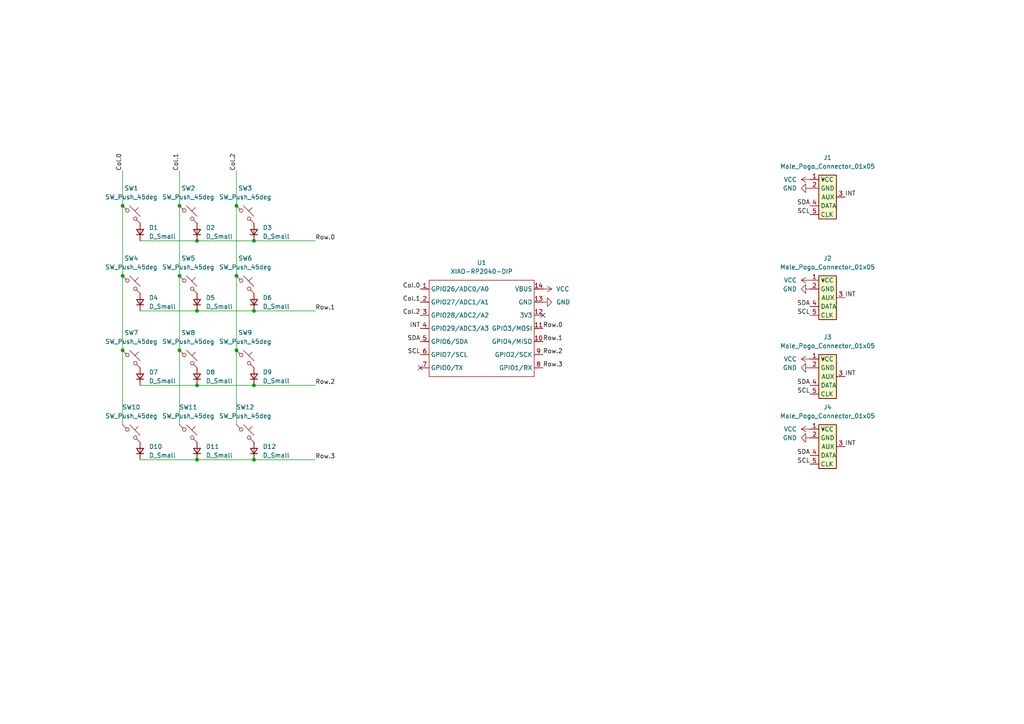
<source format=kicad_sch>
(kicad_sch (version 20250114) (generator "eeschema") (generator_version "9.0")
  (paper "A4")
  (lib_symbols
    (symbol "Connectors_Pogo:Male_Pogo_Connector_01x05"
      (property "Reference" "J" (at 0 6.35 0))
      (property "Value" "Male_Pogo_Connector_01x05" (at 0 -8.89 0))
      (symbol "Male_Pogo_Connector_01x05_1_1"
        (rectangle (start -2.54 5.08) (end 2.54 -7.62) (stroke (width 0.254)) (fill (type background)))
        (circle (center -1.27 3.81) (radius 0.254) (fill (type outline)))
        (pin power_in line (at -5.08 3.81 0) (length 2.54) (name "VCC") (number "1"))
        (pin power_in line (at -5.08 1.27 0) (length 2.54) (name "GND") (number "2"))
        (pin bidirectional line (at -5.08 -3.81 0) (length 2.54) (name "DATA") (number "4"))
        (pin bidirectional line (at -5.08 -6.35 0) (length 2.54) (name "CLK") (number "5"))
        (pin bidirectional line (at 5.08 -1.27 180) (length 2.54) (name "AUX") (number "3"))
      )
    )
    (symbol "Device:D_Small" (pin_numbers (hide yes)) (pin_names (offset 0.254) (hide yes))
      (property "Reference" "D" (at -1.27 2.032 0))
      (property "Value" "D_Small" (at -3.81 -2.032 0))
      (symbol "D_Small_0_1"
        (polyline (pts (xy -0.762 0) (xy 0.762 0)))
        (polyline (pts (xy -0.762 -1.016) (xy -0.762 1.016)) (stroke (width 0.254)))
        (polyline (pts (xy 0.762 -1.016) (xy -0.762 0) (xy 0.762 1.016) (xy 0.762 -1.016)) (stroke (width 0.254)))
      )
      (symbol "D_Small_1_1"
        (pin passive line (at -2.54 0 0) (length 1.778) (name "K") (number "1"))
        (pin passive line (at 2.54 0 180) (length 1.778) (name "A") (number "2"))
      )
    )
    (symbol "Seeed-Studio-Xiao:XIAO-RP2040-DIP"
      (property "Reference" "U" (at 0 0 0))
      (property "Value" "XIAO-RP2040-DIP" (at 5.334 -1.778 0))
      (symbol "XIAO-RP2040-DIP_1_0"
        (polyline (pts (xy -1.27 -2.54) (xy 29.21 -2.54)) (stroke (width 0.1524)))
        (polyline (pts (xy -1.27 -5.08) (xy -2.54 -5.08)) (stroke (width 0.1524)))
        (polyline (pts (xy -1.27 -5.08) (xy -1.27 -2.54)) (stroke (width 0.1524)))
        (polyline (pts (xy -1.27 -8.89) (xy -2.54 -8.89)) (stroke (width 0.1524)))
        (polyline (pts (xy -1.27 -8.89) (xy -1.27 -5.08)) (stroke (width 0.1524)))
        (polyline (pts (xy -1.27 -12.7) (xy -2.54 -12.7)) (stroke (width 0.1524)))
        (polyline (pts (xy -1.27 -12.7) (xy -1.27 -8.89)) (stroke (width 0.1524)))
        (polyline (pts (xy -1.27 -16.51) (xy -2.54 -16.51)) (stroke (width 0.1524)))
        (polyline (pts (xy -1.27 -16.51) (xy -1.27 -12.7)) (stroke (width 0.1524)))
        (polyline (pts (xy -1.27 -20.32) (xy -2.54 -20.32)) (stroke (width 0.1524)))
        (polyline (pts (xy -1.27 -24.13) (xy -2.54 -24.13)) (stroke (width 0.1524)))
        (polyline (pts (xy -1.27 -27.94) (xy -2.54 -27.94)) (stroke (width 0.1524)))
        (polyline (pts (xy -1.27 -30.48) (xy -1.27 -16.51)) (stroke (width 0.1524)))
        (polyline (pts (xy 29.21 -2.54) (xy 29.21 -5.08)) (stroke (width 0.1524)))
        (polyline (pts (xy 29.21 -5.08) (xy 29.21 -8.89)) (stroke (width 0.1524)))
        (polyline (pts (xy 29.21 -8.89) (xy 29.21 -12.7)) (stroke (width 0.1524)))
        (polyline (pts (xy 29.21 -12.7) (xy 29.21 -30.48)) (stroke (width 0.1524)))
        (polyline (pts (xy 29.21 -30.48) (xy -1.27 -30.48)) (stroke (width 0.1524)))
        (polyline (pts (xy 30.48 -5.08) (xy 29.21 -5.08)) (stroke (width 0.1524)))
        (polyline (pts (xy 30.48 -8.89) (xy 29.21 -8.89)) (stroke (width 0.1524)))
        (polyline (pts (xy 30.48 -12.7) (xy 29.21 -12.7)) (stroke (width 0.1524)))
        (polyline (pts (xy 30.48 -16.51) (xy 29.21 -16.51)) (stroke (width 0.1524)))
        (polyline (pts (xy 30.48 -20.32) (xy 29.21 -20.32)) (stroke (width 0.1524)))
        (polyline (pts (xy 30.48 -24.13) (xy 29.21 -24.13)) (stroke (width 0.1524)))
        (polyline (pts (xy 30.48 -27.94) (xy 29.21 -27.94)) (stroke (width 0.1524)))
        (pin passive line (at -3.81 -5.08 0) (length 2.54) (name "GPIO26/ADC0/A0") (number "1"))
        (pin passive line (at -3.81 -8.89 0) (length 2.54) (name "GPIO27/ADC1/A1") (number "2"))
        (pin passive line (at -3.81 -12.7 0) (length 2.54) (name "GPIO28/ADC2/A2") (number "3"))
        (pin passive line (at -3.81 -16.51 0) (length 2.54) (name "GPIO29/ADC3/A3") (number "4"))
        (pin passive line (at -3.81 -20.32 0) (length 2.54) (name "GPIO6/SDA") (number "5"))
        (pin passive line (at -3.81 -24.13 0) (length 2.54) (name "GPIO7/SCL") (number "6"))
        (pin passive line (at -3.81 -27.94 0) (length 2.54) (name "GPIO0/TX") (number "7"))
        (pin passive line (at 31.75 -5.08 180) (length 2.54) (name "VBUS") (number "14"))
        (pin passive line (at 31.75 -8.89 180) (length 2.54) (name "GND") (number "13"))
        (pin passive line (at 31.75 -12.7 180) (length 2.54) (name "3V3") (number "12"))
        (pin passive line (at 31.75 -16.51 180) (length 2.54) (name "GPIO3/MOSI") (number "11"))
        (pin passive line (at 31.75 -20.32 180) (length 2.54) (name "GPIO4/MISO") (number "10"))
        (pin passive line (at 31.75 -24.13 180) (length 2.54) (name "GPIO2/SCK") (number "9"))
        (pin passive line (at 31.75 -27.94 180) (length 2.54) (name "GPIO1/RX") (number "8"))
      )
    )
    (symbol "Switch:SW_Push_45deg" (pin_numbers (hide yes)) (pin_names (offset 1.016) (hide yes))
      (property "Reference" "SW" (at 3.048 1.016 0))
      (property "Value" "SW_Push_45deg" (at 0 -3.81 0))
      (symbol "SW_Push_45deg_0_1"
        (polyline (pts (xy -2.54 2.54) (xy -1.524 1.524) (xy -1.524 1.524)))
        (circle (center -1.1684 1.1684) (radius 0.508))
        (polyline (pts (xy -0.508 2.54) (xy 2.54 -0.508)))
        (polyline (pts (xy 1.016 1.016) (xy 2.032 2.032)))
        (circle (center 1.143 -1.1938) (radius 0.508))
        (polyline (pts (xy 1.524 -1.524) (xy 2.54 -2.54) (xy 2.54 -2.54) (xy 2.54 -2.54)))
        (pin passive line (at -2.54 2.54 0) (length 0) (name "1") (number "1"))
        (pin passive line (at 2.54 -2.54 180) (length 0) (name "2") (number "2"))
      )
    )
    (symbol "power:GND" (power) (pin_numbers (hide yes)) (pin_names (offset 0) (hide yes))
      (property "Value" "GND" (at 0 -3.81 0))
      (symbol "GND_0_1"
        (polyline (pts (xy 0 0) (xy 0 -1.27) (xy 1.27 -1.27) (xy 0 -2.54) (xy -1.27 -1.27) (xy 0 -1.27)))
      )
      (symbol "GND_1_1"
        (pin power_in line (at 0 0 270) (length 0) (name "~") (number "1"))
      )
    )
    (symbol "power:VCC" (power) (pin_numbers (hide yes)) (pin_names (offset 0) (hide yes))
      (property "Value" "VCC" (at 0 3.556 0))
      (symbol "VCC_0_1"
        (polyline (pts (xy -0.762 1.27) (xy 0 2.54)))
        (polyline (pts (xy 0 2.54) (xy 0.762 1.27)))
        (polyline (pts (xy 0 0) (xy 0 2.54)))
      )
      (symbol "VCC_1_1"
        (pin power_in line (at 0 0 90) (length 0) (name "~") (number "1"))
      )
    )
  )
  (junction (at 73.66 90.17))
  (junction (at 73.66 133.35))
  (junction (at 73.66 111.76))
  (junction (at 57.15 69.85))
  (junction (at 35.56 59.69))
  (junction (at 57.15 133.35))
  (junction (at 57.15 111.76))
  (junction (at 35.56 101.6))
  (junction (at 68.58 80.01))
  (junction (at 57.15 90.17))
  (junction (at 68.58 101.6))
  (junction (at 35.56 80.01))
  (junction (at 52.07 59.69))
  (junction (at 52.07 101.6))
  (junction (at 68.58 59.69))
  (junction (at 52.07 80.01))
  (junction (at 73.66 69.85))
  (no_connect (at 157.48 91.44))
  (no_connect (at 121.92 106.68))
  (wire (pts (xy 57.15 90.17) (xy 73.66 90.17)))
  (wire (pts (xy 57.15 133.35) (xy 73.66 133.35)))
  (wire (pts (xy 52.07 49.53) (xy 52.07 59.69)))
  (wire (pts (xy 68.58 59.69) (xy 68.58 80.01)))
  (wire (pts (xy 73.66 111.76) (xy 91.44 111.76)))
  (wire (pts (xy 40.64 69.85) (xy 57.15 69.85)))
  (wire (pts (xy 68.58 101.6) (xy 68.58 123.19)))
  (wire (pts (xy 73.66 90.17) (xy 91.44 90.17)))
  (wire (pts (xy 68.58 80.01) (xy 68.58 101.6)))
  (wire (pts (xy 35.56 49.53) (xy 35.56 59.69)))
  (wire (pts (xy 57.15 111.76) (xy 73.66 111.76)))
  (wire (pts (xy 52.07 59.69) (xy 52.07 80.01)))
  (wire (pts (xy 68.58 49.53) (xy 68.58 59.69)))
  (wire (pts (xy 52.07 80.01) (xy 52.07 101.6)))
  (wire (pts (xy 35.56 101.6) (xy 35.56 123.19)))
  (wire (pts (xy 40.64 133.35) (xy 57.15 133.35)))
  (wire (pts (xy 35.56 59.69) (xy 35.56 80.01)))
  (wire (pts (xy 35.56 80.01) (xy 35.56 101.6)))
  (wire (pts (xy 40.64 111.76) (xy 57.15 111.76)))
  (wire (pts (xy 40.64 90.17) (xy 57.15 90.17)))
  (wire (pts (xy 73.66 133.35) (xy 91.44 133.35)))
  (wire (pts (xy 52.07 101.6) (xy 52.07 123.19)))
  (wire (pts (xy 57.15 69.85) (xy 73.66 69.85)))
  (wire (pts (xy 73.66 69.85) (xy 91.44 69.85)))
  (label "Row.2" (at 157.48 102.87 0))
  (label "SCL" (at 234.95 134.62 180))
  (label "SDA" (at 121.92 99.06 180))
  (label "Row.1" (at 91.44 90.17 0))
  (label "SDA" (at 234.95 111.76 180))
  (label "Row.2" (at 91.44 111.76 0))
  (label "INT" (at 245.11 129.54 0))
  (label "INT" (at 245.11 109.22 0))
  (label "Row.3" (at 91.44 133.35 0))
  (label "INT" (at 245.11 57.15 0))
  (label "SCL" (at 234.95 91.44 180))
  (label "Row.0" (at 157.48 95.25 0))
  (label "SCL" (at 234.95 62.23 180))
  (label "Col.0" (at 35.56 49.53 90))
  (label "Col.1" (at 52.07 49.53 90))
  (label "INT" (at 245.11 86.36 0))
  (label "INT" (at 121.92 95.25 180))
  (label "Col.2" (at 121.92 91.44 180))
  (label "Col.0" (at 121.92 83.82 180))
  (label "SDA" (at 234.95 132.08 180))
  (label "Row.3" (at 157.48 106.68 0))
  (label "Row.1" (at 157.48 99.06 0))
  (label "Col.1" (at 121.92 87.63 180))
  (label "SCL" (at 121.92 102.87 180))
  (label "Col.2" (at 68.58 49.53 90))
  (label "SDA" (at 234.95 59.69 180))
  (label "Row.0" (at 91.44 69.85 0))
  (label "SCL" (at 234.95 114.3 180))
  (label "SDA" (at 234.95 88.9 180))
  (symbol (lib_id "Switch:SW_Push_45deg") (at 38.1 62.23 0) (unit 1)
    (property "Reference" "SW1" (at 38.1 54.61 0))
    (property "Value" "SW_Push_45deg" (at 38.1 57.15 0))
    (property "Footprint" "Button_Switch_Keyboard:SW_Cherry_MX_1.00u_PCB" (effects (hide yes)))
    (property "Description" "Push button switch, normally open, two pins, 45° tilted" (effects (hide yes)))
  )
  (symbol (lib_id "power:VCC") (at 234.95 124.46 90) (unit 1)
    (property "Reference" "#PWR09" (effects (hide yes)))
    (property "Value" "VCC" (at 231.14 124.4599 90) (effects (justify left)))
    (property "Description" "Power symbol creates a global label with name \"VCC\"" (effects (hide yes)))
  )
  (symbol (lib_id "Switch:SW_Push_45deg") (at 71.12 62.23 0) (unit 1)
    (property "Reference" "SW3" (at 71.12 54.61 0))
    (property "Value" "SW_Push_45deg" (at 71.12 57.15 0))
    (property "Footprint" "Button_Switch_Keyboard:SW_Cherry_MX_1.00u_PCB" (effects (hide yes)))
    (property "Description" "Push button switch, normally open, two pins, 45° tilted" (effects (hide yes)))
  )
  (symbol (lib_id "Seeed-Studio-Xiao:XIAO-RP2040-DIP") (at 125.73 78.74 0) (unit 1)
    (property "Reference" "U1" (at 139.7 76.2 0))
    (property "Value" "XIAO-RP2040-DIP" (at 139.7 78.74 0))
    (property "Footprint" "Module:XIAO-RP2040-DIP" (effects (hide yes)))
  )
  (symbol (lib_id "Device:D_Small") (at 40.64 109.22 90) (unit 1)
    (property "Reference" "D7" (at 43.18 107.9499 90) (effects (justify right)))
    (property "Value" "D_Small" (at 43.18 110.4899 90) (effects (justify right)))
    (property "Footprint" "Diode_THT:D_DO-35_SOD27_P7.62mm_Horizontal" (effects (hide yes)))
    (property "Description" "Diode, small symbol" (effects (hide yes)))
    (property "Sim.Device" "D" (effects (hide yes)))
    (property "Sim.Pins" "1=K 2=A" (effects (hide yes)))
  )
  (symbol (lib_id "Switch:SW_Push_45deg") (at 38.1 82.55 0) (unit 1)
    (property "Reference" "SW4" (at 38.1 74.93 0))
    (property "Value" "SW_Push_45deg" (at 38.1 77.47 0))
    (property "Footprint" "Button_Switch_Keyboard:SW_Cherry_MX_1.00u_PCB" (effects (hide yes)))
    (property "Description" "Push button switch, normally open, two pins, 45° tilted" (effects (hide yes)))
  )
  (symbol (lib_id "power:VCC") (at 234.95 52.07 90) (unit 1)
    (property "Reference" "#PWR03" (effects (hide yes)))
    (property "Value" "VCC" (at 231.14 52.0699 90) (effects (justify left)))
    (property "Description" "Power symbol creates a global label with name \"VCC\"" (effects (hide yes)))
  )
  (symbol (lib_id "Connectors_Pogo:Male_Pogo_Connector_01x05") (at 240.03 128.27 0) (unit 1)
    (property "Reference" "J4" (at 240.03 118.11 0))
    (property "Value" "Male_Pogo_Connector_01x05" (at 240.03 120.65 0))
    (property "Footprint" "Connector_PinHeader_2.54mm:PinHeader_1x05_P2.54mm_Vertical" (effects (hide yes)))
  )
  (symbol (lib_id "Device:D_Small") (at 40.64 130.81 90) (unit 1)
    (property "Reference" "D10" (at 43.18 129.5399 90) (effects (justify right)))
    (property "Value" "D_Small" (at 43.18 132.0799 90) (effects (justify right)))
    (property "Footprint" "Diode_THT:D_DO-35_SOD27_P7.62mm_Horizontal" (effects (hide yes)))
    (property "Description" "Diode, small symbol" (effects (hide yes)))
    (property "Sim.Device" "D" (effects (hide yes)))
    (property "Sim.Pins" "1=K 2=A" (effects (hide yes)))
  )
  (symbol (lib_id "Connectors_Pogo:Male_Pogo_Connector_01x05") (at 240.03 55.88 0) (unit 1)
    (property "Reference" "J1" (at 240.03 45.72 0))
    (property "Value" "Male_Pogo_Connector_01x05" (at 240.03 48.26 0))
    (property "Footprint" "Connector_PinHeader_2.54mm:PinHeader_1x05_P2.54mm_Vertical" (effects (hide yes)))
  )
  (symbol (lib_id "Device:D_Small") (at 73.66 130.81 90) (unit 1)
    (property "Reference" "D12" (at 76.2 129.5399 90) (effects (justify right)))
    (property "Value" "D_Small" (at 76.2 132.0799 90) (effects (justify right)))
    (property "Footprint" "Diode_THT:D_DO-35_SOD27_P7.62mm_Horizontal" (effects (hide yes)))
    (property "Description" "Diode, small symbol" (effects (hide yes)))
    (property "Sim.Device" "D" (effects (hide yes)))
    (property "Sim.Pins" "1=K 2=A" (effects (hide yes)))
  )
  (symbol (lib_id "Switch:SW_Push_45deg") (at 71.12 125.73 0) (unit 1)
    (property "Reference" "SW12" (at 71.12 118.11 0))
    (property "Value" "SW_Push_45deg" (at 71.12 120.65 0))
    (property "Footprint" "Button_Switch_Keyboard:SW_Cherry_MX_1.00u_PCB" (effects (hide yes)))
    (property "Description" "Push button switch, normally open, two pins, 45° tilted" (effects (hide yes)))
  )
  (symbol (lib_id "Switch:SW_Push_45deg") (at 38.1 104.14 0) (unit 1)
    (property "Reference" "SW7" (at 38.1 96.52 0))
    (property "Value" "SW_Push_45deg" (at 38.1 99.06 0))
    (property "Footprint" "Button_Switch_Keyboard:SW_Cherry_MX_1.00u_PCB" (effects (hide yes)))
    (property "Description" "Push button switch, normally open, two pins, 45° tilted" (effects (hide yes)))
  )
  (symbol (lib_id "Device:D_Small") (at 57.15 67.31 90) (unit 1)
    (property "Reference" "D2" (at 59.69 66.0399 90) (effects (justify right)))
    (property "Value" "D_Small" (at 59.69 68.5799 90) (effects (justify right)))
    (property "Footprint" "Diode_THT:D_DO-35_SOD27_P7.62mm_Horizontal" (effects (hide yes)))
    (property "Description" "Diode, small symbol" (effects (hide yes)))
    (property "Sim.Device" "D" (effects (hide yes)))
    (property "Sim.Pins" "1=K 2=A" (effects (hide yes)))
  )
  (symbol (lib_id "power:GND") (at 157.48 87.63 90) (unit 1)
    (property "Reference" "#PWR02" (effects (hide yes)))
    (property "Value" "GND" (at 161.29 87.6299 90) (effects (justify right)))
    (property "Description" "Power symbol creates a global label with name \"GND\" , ground" (effects (hide yes)))
  )
  (symbol (lib_id "power:VCC") (at 234.95 104.14 90) (unit 1)
    (property "Reference" "#PWR07" (effects (hide yes)))
    (property "Value" "VCC" (at 231.14 104.1399 90) (effects (justify left)))
    (property "Description" "Power symbol creates a global label with name \"VCC\"" (effects (hide yes)))
  )
  (symbol (lib_id "Switch:SW_Push_45deg") (at 54.61 104.14 0) (unit 1)
    (property "Reference" "SW8" (at 54.61 96.52 0))
    (property "Value" "SW_Push_45deg" (at 54.61 99.06 0))
    (property "Footprint" "Button_Switch_Keyboard:SW_Cherry_MX_1.00u_PCB" (effects (hide yes)))
    (property "Description" "Push button switch, normally open, two pins, 45° tilted" (effects (hide yes)))
  )
  (symbol (lib_id "Switch:SW_Push_45deg") (at 38.1 125.73 0) (unit 1)
    (property "Reference" "SW10" (at 38.1 118.11 0))
    (property "Value" "SW_Push_45deg" (at 38.1 120.65 0))
    (property "Footprint" "Button_Switch_Keyboard:SW_Cherry_MX_1.00u_PCB" (effects (hide yes)))
    (property "Description" "Push button switch, normally open, two pins, 45° tilted" (effects (hide yes)))
  )
  (symbol (lib_id "Device:D_Small") (at 73.66 109.22 90) (unit 1)
    (property "Reference" "D9" (at 76.2 107.9499 90) (effects (justify right)))
    (property "Value" "D_Small" (at 76.2 110.4899 90) (effects (justify right)))
    (property "Footprint" "Diode_THT:D_DO-35_SOD27_P7.62mm_Horizontal" (effects (hide yes)))
    (property "Description" "Diode, small symbol" (effects (hide yes)))
    (property "Sim.Device" "D" (effects (hide yes)))
    (property "Sim.Pins" "1=K 2=A" (effects (hide yes)))
  )
  (symbol (lib_id "Switch:SW_Push_45deg") (at 54.61 82.55 0) (unit 1)
    (property "Reference" "SW5" (at 54.61 74.93 0))
    (property "Value" "SW_Push_45deg" (at 54.61 77.47 0))
    (property "Footprint" "Button_Switch_Keyboard:SW_Cherry_MX_1.00u_PCB" (effects (hide yes)))
    (property "Description" "Push button switch, normally open, two pins, 45° tilted" (effects (hide yes)))
  )
  (symbol (lib_id "Device:D_Small") (at 57.15 87.63 90) (unit 1)
    (property "Reference" "D5" (at 59.69 86.3599 90) (effects (justify right)))
    (property "Value" "D_Small" (at 59.69 88.8999 90) (effects (justify right)))
    (property "Footprint" "Diode_THT:D_DO-35_SOD27_P7.62mm_Horizontal" (effects (hide yes)))
    (property "Description" "Diode, small symbol" (effects (hide yes)))
    (property "Sim.Device" "D" (effects (hide yes)))
    (property "Sim.Pins" "1=K 2=A" (effects (hide yes)))
  )
  (symbol (lib_id "Device:D_Small") (at 57.15 130.81 90) (unit 1)
    (property "Reference" "D11" (at 59.69 129.5399 90) (effects (justify right)))
    (property "Value" "D_Small" (at 59.69 132.0799 90) (effects (justify right)))
    (property "Footprint" "Diode_THT:D_DO-35_SOD27_P7.62mm_Horizontal" (effects (hide yes)))
    (property "Description" "Diode, small symbol" (effects (hide yes)))
    (property "Sim.Device" "D" (effects (hide yes)))
    (property "Sim.Pins" "1=K 2=A" (effects (hide yes)))
  )
  (symbol (lib_id "Device:D_Small") (at 73.66 87.63 90) (unit 1)
    (property "Reference" "D6" (at 76.2 86.3599 90) (effects (justify right)))
    (property "Value" "D_Small" (at 76.2 88.8999 90) (effects (justify right)))
    (property "Footprint" "Diode_THT:D_DO-35_SOD27_P7.62mm_Horizontal" (effects (hide yes)))
    (property "Description" "Diode, small symbol" (effects (hide yes)))
    (property "Sim.Device" "D" (effects (hide yes)))
    (property "Sim.Pins" "1=K 2=A" (effects (hide yes)))
  )
  (symbol (lib_id "power:GND") (at 234.95 106.68 270) (unit 1)
    (property "Reference" "#PWR08" (effects (hide yes)))
    (property "Value" "GND" (at 231.14 106.6799 90) (effects (justify right)))
    (property "Description" "Power symbol creates a global label with name \"GND\" , ground" (effects (hide yes)))
  )
  (symbol (lib_id "Switch:SW_Push_45deg") (at 54.61 125.73 0) (unit 1)
    (property "Reference" "SW11" (at 54.61 118.11 0))
    (property "Value" "SW_Push_45deg" (at 54.61 120.65 0))
    (property "Footprint" "Button_Switch_Keyboard:SW_Cherry_MX_1.00u_PCB" (effects (hide yes)))
    (property "Description" "Push button switch, normally open, two pins, 45° tilted" (effects (hide yes)))
  )
  (symbol (lib_id "power:GND") (at 234.95 127 270) (unit 1)
    (property "Reference" "#PWR010" (effects (hide yes)))
    (property "Value" "GND" (at 231.14 126.9999 90) (effects (justify right)))
    (property "Description" "Power symbol creates a global label with name \"GND\" , ground" (effects (hide yes)))
  )
  (symbol (lib_id "power:VCC") (at 234.95 81.28 90) (unit 1)
    (property "Reference" "#PWR05" (effects (hide yes)))
    (property "Value" "VCC" (at 231.14 81.2799 90) (effects (justify left)))
    (property "Description" "Power symbol creates a global label with name \"VCC\"" (effects (hide yes)))
  )
  (symbol (lib_id "Switch:SW_Push_45deg") (at 71.12 104.14 0) (unit 1)
    (property "Reference" "SW9" (at 71.12 96.52 0))
    (property "Value" "SW_Push_45deg" (at 71.12 99.06 0))
    (property "Footprint" "Button_Switch_Keyboard:SW_Cherry_MX_1.00u_PCB" (effects (hide yes)))
    (property "Description" "Push button switch, normally open, two pins, 45° tilted" (effects (hide yes)))
  )
  (symbol (lib_id "Switch:SW_Push_45deg") (at 54.61 62.23 0) (unit 1)
    (property "Reference" "SW2" (at 54.61 54.61 0))
    (property "Value" "SW_Push_45deg" (at 54.61 57.15 0))
    (property "Footprint" "Button_Switch_Keyboard:SW_Cherry_MX_1.00u_PCB" (effects (hide yes)))
    (property "Description" "Push button switch, normally open, two pins, 45° tilted" (effects (hide yes)))
  )
  (symbol (lib_id "Device:D_Small") (at 57.15 109.22 90) (unit 1)
    (property "Reference" "D8" (at 59.69 107.9499 90) (effects (justify right)))
    (property "Value" "D_Small" (at 59.69 110.4899 90) (effects (justify right)))
    (property "Footprint" "Diode_THT:D_DO-35_SOD27_P7.62mm_Horizontal" (effects (hide yes)))
    (property "Description" "Diode, small symbol" (effects (hide yes)))
    (property "Sim.Device" "D" (effects (hide yes)))
    (property "Sim.Pins" "1=K 2=A" (effects (hide yes)))
  )
  (symbol (lib_id "power:GND") (at 234.95 83.82 270) (unit 1)
    (property "Reference" "#PWR06" (effects (hide yes)))
    (property "Value" "GND" (at 231.14 83.8199 90) (effects (justify right)))
    (property "Description" "Power symbol creates a global label with name \"GND\" , ground" (effects (hide yes)))
  )
  (symbol (lib_id "power:VCC") (at 157.48 83.82 270) (unit 1)
    (property "Reference" "#PWR01" (effects (hide yes)))
    (property "Value" "VCC" (at 161.29 83.8199 90) (effects (justify left)))
    (property "Description" "Power symbol creates a global label with name \"VCC\"" (effects (hide yes)))
  )
  (symbol (lib_id "Connectors_Pogo:Male_Pogo_Connector_01x05") (at 240.03 85.09 0) (unit 1)
    (property "Reference" "J2" (at 240.03 74.93 0))
    (property "Value" "Male_Pogo_Connector_01x05" (at 240.03 77.47 0))
    (property "Footprint" "Connector_PinHeader_2.54mm:PinHeader_1x05_P2.54mm_Vertical" (effects (hide yes)))
  )
  (symbol (lib_id "Connectors_Pogo:Male_Pogo_Connector_01x05") (at 240.03 107.95 0) (unit 1)
    (property "Reference" "J3" (at 240.03 97.79 0))
    (property "Value" "Male_Pogo_Connector_01x05" (at 240.03 100.33 0))
    (property "Footprint" "Connector_PinHeader_2.54mm:PinHeader_1x05_P2.54mm_Vertical" (effects (hide yes)))
  )
  (symbol (lib_id "power:GND") (at 234.95 54.61 270) (unit 1)
    (property "Reference" "#PWR04" (effects (hide yes)))
    (property "Value" "GND" (at 231.14 54.6099 90) (effects (justify right)))
    (property "Description" "Power symbol creates a global label with name \"GND\" , ground" (effects (hide yes)))
  )
  (symbol (lib_id "Switch:SW_Push_45deg") (at 71.12 82.55 0) (unit 1)
    (property "Reference" "SW6" (at 71.12 74.93 0))
    (property "Value" "SW_Push_45deg" (at 71.12 77.47 0))
    (property "Footprint" "Button_Switch_Keyboard:SW_Cherry_MX_1.00u_PCB" (effects (hide yes)))
    (property "Description" "Push button switch, normally open, two pins, 45° tilted" (effects (hide yes)))
  )
  (symbol (lib_id "Device:D_Small") (at 40.64 87.63 90) (unit 1)
    (property "Reference" "D4" (at 43.18 86.3599 90) (effects (justify right)))
    (property "Value" "D_Small" (at 43.18 88.8999 90) (effects (justify right)))
    (property "Footprint" "Diode_THT:D_DO-35_SOD27_P7.62mm_Horizontal" (effects (hide yes)))
    (property "Description" "Diode, small symbol" (effects (hide yes)))
    (property "Sim.Device" "D" (effects (hide yes)))
    (property "Sim.Pins" "1=K 2=A" (effects (hide yes)))
  )
  (symbol (lib_id "Device:D_Small") (at 40.64 67.31 90) (unit 1)
    (property "Reference" "D1" (at 43.18 66.0399 90) (effects (justify right)))
    (property "Value" "D_Small" (at 43.18 68.5799 90) (effects (justify right)))
    (property "Footprint" "Diode_THT:D_DO-35_SOD27_P7.62mm_Horizontal" (effects (hide yes)))
    (property "Description" "Diode, small symbol" (effects (hide yes)))
    (property "Sim.Device" "D" (effects (hide yes)))
    (property "Sim.Pins" "1=K 2=A" (effects (hide yes)))
  )
  (symbol (lib_id "Device:D_Small") (at 73.66 67.31 90) (unit 1)
    (property "Reference" "D3" (at 76.2 66.0399 90) (effects (justify right)))
    (property "Value" "D_Small" (at 76.2 68.5799 90) (effects (justify right)))
    (property "Footprint" "Diode_THT:D_DO-35_SOD27_P7.62mm_Horizontal" (effects (hide yes)))
    (property "Description" "Diode, small symbol" (effects (hide yes)))
    (property "Sim.Device" "D" (effects (hide yes)))
    (property "Sim.Pins" "1=K 2=A" (effects (hide yes)))
  )
)
</source>
